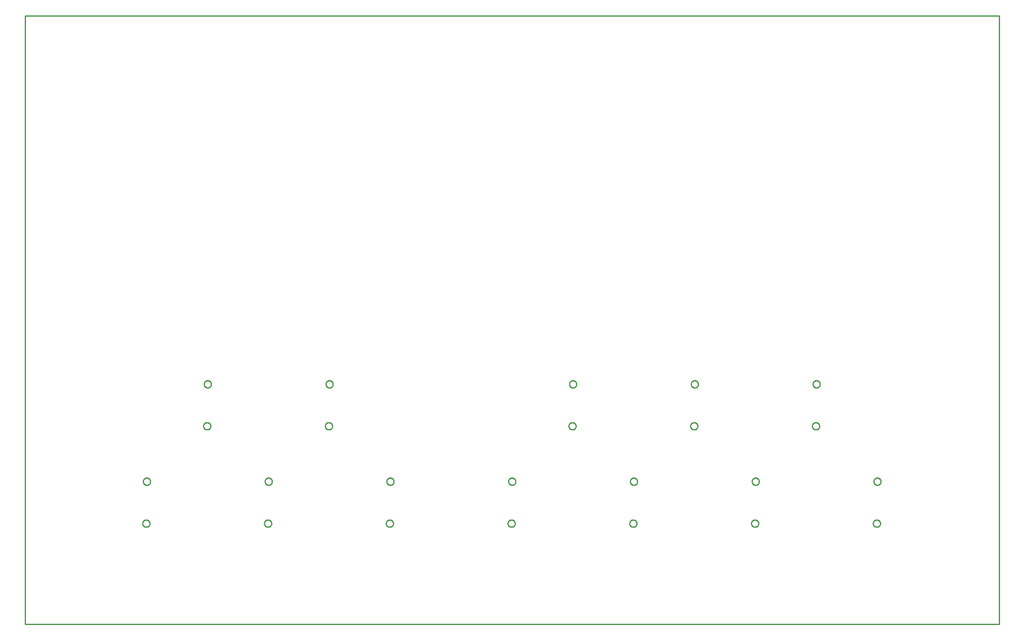
<source format=gbr>
G04 EAGLE Gerber RS-274X export*
G75*
%MOMM*%
%FSLAX34Y34*%
%LPD*%
%IN*%
%IPPOS*%
%AMOC8*
5,1,8,0,0,1.08239X$1,22.5*%
G01*
%ADD10C,0.254000*%


D10*
X0Y0D02*
X2032000Y0D01*
X2032000Y1270000D01*
X0Y1270000D01*
X0Y0D01*
X261500Y297382D02*
X261428Y296648D01*
X261284Y295925D01*
X261070Y295220D01*
X260788Y294539D01*
X260441Y293890D01*
X260031Y293277D01*
X259564Y292707D01*
X259043Y292186D01*
X258473Y291719D01*
X257860Y291309D01*
X257211Y290962D01*
X256530Y290680D01*
X255825Y290466D01*
X255102Y290322D01*
X254368Y290250D01*
X253632Y290250D01*
X252898Y290322D01*
X252175Y290466D01*
X251470Y290680D01*
X250789Y290962D01*
X250140Y291309D01*
X249527Y291719D01*
X248957Y292186D01*
X248436Y292707D01*
X247969Y293277D01*
X247559Y293890D01*
X247212Y294539D01*
X246930Y295220D01*
X246716Y295925D01*
X246572Y296648D01*
X246500Y297382D01*
X246500Y298118D01*
X246572Y298852D01*
X246716Y299575D01*
X246930Y300280D01*
X247212Y300961D01*
X247559Y301610D01*
X247969Y302223D01*
X248436Y302793D01*
X248957Y303314D01*
X249527Y303781D01*
X250140Y304191D01*
X250789Y304538D01*
X251470Y304820D01*
X252175Y305034D01*
X252898Y305178D01*
X253632Y305250D01*
X254368Y305250D01*
X255102Y305178D01*
X255825Y305034D01*
X256530Y304820D01*
X257211Y304538D01*
X257860Y304191D01*
X258473Y303781D01*
X259043Y303314D01*
X259564Y302793D01*
X260031Y302223D01*
X260441Y301610D01*
X260788Y300961D01*
X261070Y300280D01*
X261284Y299575D01*
X261428Y298852D01*
X261500Y298118D01*
X261500Y297382D01*
X260250Y209882D02*
X260178Y209148D01*
X260034Y208425D01*
X259820Y207720D01*
X259538Y207039D01*
X259191Y206390D01*
X258781Y205777D01*
X258314Y205207D01*
X257793Y204686D01*
X257223Y204219D01*
X256610Y203809D01*
X255961Y203462D01*
X255280Y203180D01*
X254575Y202966D01*
X253852Y202822D01*
X253118Y202750D01*
X252382Y202750D01*
X251648Y202822D01*
X250925Y202966D01*
X250220Y203180D01*
X249539Y203462D01*
X248890Y203809D01*
X248277Y204219D01*
X247707Y204686D01*
X247186Y205207D01*
X246719Y205777D01*
X246309Y206390D01*
X245962Y207039D01*
X245680Y207720D01*
X245466Y208425D01*
X245322Y209148D01*
X245250Y209882D01*
X245250Y210618D01*
X245322Y211352D01*
X245466Y212075D01*
X245680Y212780D01*
X245962Y213461D01*
X246309Y214110D01*
X246719Y214723D01*
X247186Y215293D01*
X247707Y215814D01*
X248277Y216281D01*
X248890Y216691D01*
X249539Y217038D01*
X250220Y217320D01*
X250925Y217534D01*
X251648Y217678D01*
X252382Y217750D01*
X253118Y217750D01*
X253852Y217678D01*
X254575Y217534D01*
X255280Y217320D01*
X255961Y217038D01*
X256610Y216691D01*
X257223Y216281D01*
X257793Y215814D01*
X258314Y215293D01*
X258781Y214723D01*
X259191Y214110D01*
X259538Y213461D01*
X259820Y212780D01*
X260034Y212075D01*
X260178Y211352D01*
X260250Y210618D01*
X260250Y209882D01*
X388500Y500582D02*
X388428Y499848D01*
X388284Y499125D01*
X388070Y498420D01*
X387788Y497739D01*
X387441Y497090D01*
X387031Y496477D01*
X386564Y495907D01*
X386043Y495386D01*
X385473Y494919D01*
X384860Y494509D01*
X384211Y494162D01*
X383530Y493880D01*
X382825Y493666D01*
X382102Y493522D01*
X381368Y493450D01*
X380632Y493450D01*
X379898Y493522D01*
X379175Y493666D01*
X378470Y493880D01*
X377789Y494162D01*
X377140Y494509D01*
X376527Y494919D01*
X375957Y495386D01*
X375436Y495907D01*
X374969Y496477D01*
X374559Y497090D01*
X374212Y497739D01*
X373930Y498420D01*
X373716Y499125D01*
X373572Y499848D01*
X373500Y500582D01*
X373500Y501318D01*
X373572Y502052D01*
X373716Y502775D01*
X373930Y503480D01*
X374212Y504161D01*
X374559Y504810D01*
X374969Y505423D01*
X375436Y505993D01*
X375957Y506514D01*
X376527Y506981D01*
X377140Y507391D01*
X377789Y507738D01*
X378470Y508020D01*
X379175Y508234D01*
X379898Y508378D01*
X380632Y508450D01*
X381368Y508450D01*
X382102Y508378D01*
X382825Y508234D01*
X383530Y508020D01*
X384211Y507738D01*
X384860Y507391D01*
X385473Y506981D01*
X386043Y506514D01*
X386564Y505993D01*
X387031Y505423D01*
X387441Y504810D01*
X387788Y504161D01*
X388070Y503480D01*
X388284Y502775D01*
X388428Y502052D01*
X388500Y501318D01*
X388500Y500582D01*
X387250Y413082D02*
X387178Y412348D01*
X387034Y411625D01*
X386820Y410920D01*
X386538Y410239D01*
X386191Y409590D01*
X385781Y408977D01*
X385314Y408407D01*
X384793Y407886D01*
X384223Y407419D01*
X383610Y407009D01*
X382961Y406662D01*
X382280Y406380D01*
X381575Y406166D01*
X380852Y406022D01*
X380118Y405950D01*
X379382Y405950D01*
X378648Y406022D01*
X377925Y406166D01*
X377220Y406380D01*
X376539Y406662D01*
X375890Y407009D01*
X375277Y407419D01*
X374707Y407886D01*
X374186Y408407D01*
X373719Y408977D01*
X373309Y409590D01*
X372962Y410239D01*
X372680Y410920D01*
X372466Y411625D01*
X372322Y412348D01*
X372250Y413082D01*
X372250Y413818D01*
X372322Y414552D01*
X372466Y415275D01*
X372680Y415980D01*
X372962Y416661D01*
X373309Y417310D01*
X373719Y417923D01*
X374186Y418493D01*
X374707Y419014D01*
X375277Y419481D01*
X375890Y419891D01*
X376539Y420238D01*
X377220Y420520D01*
X377925Y420734D01*
X378648Y420878D01*
X379382Y420950D01*
X380118Y420950D01*
X380852Y420878D01*
X381575Y420734D01*
X382280Y420520D01*
X382961Y420238D01*
X383610Y419891D01*
X384223Y419481D01*
X384793Y419014D01*
X385314Y418493D01*
X385781Y417923D01*
X386191Y417310D01*
X386538Y416661D01*
X386820Y415980D01*
X387034Y415275D01*
X387178Y414552D01*
X387250Y413818D01*
X387250Y413082D01*
X515500Y297382D02*
X515428Y296648D01*
X515284Y295925D01*
X515070Y295220D01*
X514788Y294539D01*
X514441Y293890D01*
X514031Y293277D01*
X513564Y292707D01*
X513043Y292186D01*
X512473Y291719D01*
X511860Y291309D01*
X511211Y290962D01*
X510530Y290680D01*
X509825Y290466D01*
X509102Y290322D01*
X508368Y290250D01*
X507632Y290250D01*
X506898Y290322D01*
X506175Y290466D01*
X505470Y290680D01*
X504789Y290962D01*
X504140Y291309D01*
X503527Y291719D01*
X502957Y292186D01*
X502436Y292707D01*
X501969Y293277D01*
X501559Y293890D01*
X501212Y294539D01*
X500930Y295220D01*
X500716Y295925D01*
X500572Y296648D01*
X500500Y297382D01*
X500500Y298118D01*
X500572Y298852D01*
X500716Y299575D01*
X500930Y300280D01*
X501212Y300961D01*
X501559Y301610D01*
X501969Y302223D01*
X502436Y302793D01*
X502957Y303314D01*
X503527Y303781D01*
X504140Y304191D01*
X504789Y304538D01*
X505470Y304820D01*
X506175Y305034D01*
X506898Y305178D01*
X507632Y305250D01*
X508368Y305250D01*
X509102Y305178D01*
X509825Y305034D01*
X510530Y304820D01*
X511211Y304538D01*
X511860Y304191D01*
X512473Y303781D01*
X513043Y303314D01*
X513564Y302793D01*
X514031Y302223D01*
X514441Y301610D01*
X514788Y300961D01*
X515070Y300280D01*
X515284Y299575D01*
X515428Y298852D01*
X515500Y298118D01*
X515500Y297382D01*
X514250Y209882D02*
X514178Y209148D01*
X514034Y208425D01*
X513820Y207720D01*
X513538Y207039D01*
X513191Y206390D01*
X512781Y205777D01*
X512314Y205207D01*
X511793Y204686D01*
X511223Y204219D01*
X510610Y203809D01*
X509961Y203462D01*
X509280Y203180D01*
X508575Y202966D01*
X507852Y202822D01*
X507118Y202750D01*
X506382Y202750D01*
X505648Y202822D01*
X504925Y202966D01*
X504220Y203180D01*
X503539Y203462D01*
X502890Y203809D01*
X502277Y204219D01*
X501707Y204686D01*
X501186Y205207D01*
X500719Y205777D01*
X500309Y206390D01*
X499962Y207039D01*
X499680Y207720D01*
X499466Y208425D01*
X499322Y209148D01*
X499250Y209882D01*
X499250Y210618D01*
X499322Y211352D01*
X499466Y212075D01*
X499680Y212780D01*
X499962Y213461D01*
X500309Y214110D01*
X500719Y214723D01*
X501186Y215293D01*
X501707Y215814D01*
X502277Y216281D01*
X502890Y216691D01*
X503539Y217038D01*
X504220Y217320D01*
X504925Y217534D01*
X505648Y217678D01*
X506382Y217750D01*
X507118Y217750D01*
X507852Y217678D01*
X508575Y217534D01*
X509280Y217320D01*
X509961Y217038D01*
X510610Y216691D01*
X511223Y216281D01*
X511793Y215814D01*
X512314Y215293D01*
X512781Y214723D01*
X513191Y214110D01*
X513538Y213461D01*
X513820Y212780D01*
X514034Y212075D01*
X514178Y211352D01*
X514250Y210618D01*
X514250Y209882D01*
X642500Y500582D02*
X642428Y499848D01*
X642284Y499125D01*
X642070Y498420D01*
X641788Y497739D01*
X641441Y497090D01*
X641031Y496477D01*
X640564Y495907D01*
X640043Y495386D01*
X639473Y494919D01*
X638860Y494509D01*
X638211Y494162D01*
X637530Y493880D01*
X636825Y493666D01*
X636102Y493522D01*
X635368Y493450D01*
X634632Y493450D01*
X633898Y493522D01*
X633175Y493666D01*
X632470Y493880D01*
X631789Y494162D01*
X631140Y494509D01*
X630527Y494919D01*
X629957Y495386D01*
X629436Y495907D01*
X628969Y496477D01*
X628559Y497090D01*
X628212Y497739D01*
X627930Y498420D01*
X627716Y499125D01*
X627572Y499848D01*
X627500Y500582D01*
X627500Y501318D01*
X627572Y502052D01*
X627716Y502775D01*
X627930Y503480D01*
X628212Y504161D01*
X628559Y504810D01*
X628969Y505423D01*
X629436Y505993D01*
X629957Y506514D01*
X630527Y506981D01*
X631140Y507391D01*
X631789Y507738D01*
X632470Y508020D01*
X633175Y508234D01*
X633898Y508378D01*
X634632Y508450D01*
X635368Y508450D01*
X636102Y508378D01*
X636825Y508234D01*
X637530Y508020D01*
X638211Y507738D01*
X638860Y507391D01*
X639473Y506981D01*
X640043Y506514D01*
X640564Y505993D01*
X641031Y505423D01*
X641441Y504810D01*
X641788Y504161D01*
X642070Y503480D01*
X642284Y502775D01*
X642428Y502052D01*
X642500Y501318D01*
X642500Y500582D01*
X641250Y413082D02*
X641178Y412348D01*
X641034Y411625D01*
X640820Y410920D01*
X640538Y410239D01*
X640191Y409590D01*
X639781Y408977D01*
X639314Y408407D01*
X638793Y407886D01*
X638223Y407419D01*
X637610Y407009D01*
X636961Y406662D01*
X636280Y406380D01*
X635575Y406166D01*
X634852Y406022D01*
X634118Y405950D01*
X633382Y405950D01*
X632648Y406022D01*
X631925Y406166D01*
X631220Y406380D01*
X630539Y406662D01*
X629890Y407009D01*
X629277Y407419D01*
X628707Y407886D01*
X628186Y408407D01*
X627719Y408977D01*
X627309Y409590D01*
X626962Y410239D01*
X626680Y410920D01*
X626466Y411625D01*
X626322Y412348D01*
X626250Y413082D01*
X626250Y413818D01*
X626322Y414552D01*
X626466Y415275D01*
X626680Y415980D01*
X626962Y416661D01*
X627309Y417310D01*
X627719Y417923D01*
X628186Y418493D01*
X628707Y419014D01*
X629277Y419481D01*
X629890Y419891D01*
X630539Y420238D01*
X631220Y420520D01*
X631925Y420734D01*
X632648Y420878D01*
X633382Y420950D01*
X634118Y420950D01*
X634852Y420878D01*
X635575Y420734D01*
X636280Y420520D01*
X636961Y420238D01*
X637610Y419891D01*
X638223Y419481D01*
X638793Y419014D01*
X639314Y418493D01*
X639781Y417923D01*
X640191Y417310D01*
X640538Y416661D01*
X640820Y415980D01*
X641034Y415275D01*
X641178Y414552D01*
X641250Y413818D01*
X641250Y413082D01*
X769500Y297382D02*
X769428Y296648D01*
X769284Y295925D01*
X769070Y295220D01*
X768788Y294539D01*
X768441Y293890D01*
X768031Y293277D01*
X767564Y292707D01*
X767043Y292186D01*
X766473Y291719D01*
X765860Y291309D01*
X765211Y290962D01*
X764530Y290680D01*
X763825Y290466D01*
X763102Y290322D01*
X762368Y290250D01*
X761632Y290250D01*
X760898Y290322D01*
X760175Y290466D01*
X759470Y290680D01*
X758789Y290962D01*
X758140Y291309D01*
X757527Y291719D01*
X756957Y292186D01*
X756436Y292707D01*
X755969Y293277D01*
X755559Y293890D01*
X755212Y294539D01*
X754930Y295220D01*
X754716Y295925D01*
X754572Y296648D01*
X754500Y297382D01*
X754500Y298118D01*
X754572Y298852D01*
X754716Y299575D01*
X754930Y300280D01*
X755212Y300961D01*
X755559Y301610D01*
X755969Y302223D01*
X756436Y302793D01*
X756957Y303314D01*
X757527Y303781D01*
X758140Y304191D01*
X758789Y304538D01*
X759470Y304820D01*
X760175Y305034D01*
X760898Y305178D01*
X761632Y305250D01*
X762368Y305250D01*
X763102Y305178D01*
X763825Y305034D01*
X764530Y304820D01*
X765211Y304538D01*
X765860Y304191D01*
X766473Y303781D01*
X767043Y303314D01*
X767564Y302793D01*
X768031Y302223D01*
X768441Y301610D01*
X768788Y300961D01*
X769070Y300280D01*
X769284Y299575D01*
X769428Y298852D01*
X769500Y298118D01*
X769500Y297382D01*
X768250Y209882D02*
X768178Y209148D01*
X768034Y208425D01*
X767820Y207720D01*
X767538Y207039D01*
X767191Y206390D01*
X766781Y205777D01*
X766314Y205207D01*
X765793Y204686D01*
X765223Y204219D01*
X764610Y203809D01*
X763961Y203462D01*
X763280Y203180D01*
X762575Y202966D01*
X761852Y202822D01*
X761118Y202750D01*
X760382Y202750D01*
X759648Y202822D01*
X758925Y202966D01*
X758220Y203180D01*
X757539Y203462D01*
X756890Y203809D01*
X756277Y204219D01*
X755707Y204686D01*
X755186Y205207D01*
X754719Y205777D01*
X754309Y206390D01*
X753962Y207039D01*
X753680Y207720D01*
X753466Y208425D01*
X753322Y209148D01*
X753250Y209882D01*
X753250Y210618D01*
X753322Y211352D01*
X753466Y212075D01*
X753680Y212780D01*
X753962Y213461D01*
X754309Y214110D01*
X754719Y214723D01*
X755186Y215293D01*
X755707Y215814D01*
X756277Y216281D01*
X756890Y216691D01*
X757539Y217038D01*
X758220Y217320D01*
X758925Y217534D01*
X759648Y217678D01*
X760382Y217750D01*
X761118Y217750D01*
X761852Y217678D01*
X762575Y217534D01*
X763280Y217320D01*
X763961Y217038D01*
X764610Y216691D01*
X765223Y216281D01*
X765793Y215814D01*
X766314Y215293D01*
X766781Y214723D01*
X767191Y214110D01*
X767538Y213461D01*
X767820Y212780D01*
X768034Y212075D01*
X768178Y211352D01*
X768250Y210618D01*
X768250Y209882D01*
X1023500Y297382D02*
X1023428Y296648D01*
X1023284Y295925D01*
X1023070Y295220D01*
X1022788Y294539D01*
X1022441Y293890D01*
X1022031Y293277D01*
X1021564Y292707D01*
X1021043Y292186D01*
X1020473Y291719D01*
X1019860Y291309D01*
X1019211Y290962D01*
X1018530Y290680D01*
X1017825Y290466D01*
X1017102Y290322D01*
X1016368Y290250D01*
X1015632Y290250D01*
X1014898Y290322D01*
X1014175Y290466D01*
X1013470Y290680D01*
X1012789Y290962D01*
X1012140Y291309D01*
X1011527Y291719D01*
X1010957Y292186D01*
X1010436Y292707D01*
X1009969Y293277D01*
X1009559Y293890D01*
X1009212Y294539D01*
X1008930Y295220D01*
X1008716Y295925D01*
X1008572Y296648D01*
X1008500Y297382D01*
X1008500Y298118D01*
X1008572Y298852D01*
X1008716Y299575D01*
X1008930Y300280D01*
X1009212Y300961D01*
X1009559Y301610D01*
X1009969Y302223D01*
X1010436Y302793D01*
X1010957Y303314D01*
X1011527Y303781D01*
X1012140Y304191D01*
X1012789Y304538D01*
X1013470Y304820D01*
X1014175Y305034D01*
X1014898Y305178D01*
X1015632Y305250D01*
X1016368Y305250D01*
X1017102Y305178D01*
X1017825Y305034D01*
X1018530Y304820D01*
X1019211Y304538D01*
X1019860Y304191D01*
X1020473Y303781D01*
X1021043Y303314D01*
X1021564Y302793D01*
X1022031Y302223D01*
X1022441Y301610D01*
X1022788Y300961D01*
X1023070Y300280D01*
X1023284Y299575D01*
X1023428Y298852D01*
X1023500Y298118D01*
X1023500Y297382D01*
X1022250Y209882D02*
X1022178Y209148D01*
X1022034Y208425D01*
X1021820Y207720D01*
X1021538Y207039D01*
X1021191Y206390D01*
X1020781Y205777D01*
X1020314Y205207D01*
X1019793Y204686D01*
X1019223Y204219D01*
X1018610Y203809D01*
X1017961Y203462D01*
X1017280Y203180D01*
X1016575Y202966D01*
X1015852Y202822D01*
X1015118Y202750D01*
X1014382Y202750D01*
X1013648Y202822D01*
X1012925Y202966D01*
X1012220Y203180D01*
X1011539Y203462D01*
X1010890Y203809D01*
X1010277Y204219D01*
X1009707Y204686D01*
X1009186Y205207D01*
X1008719Y205777D01*
X1008309Y206390D01*
X1007962Y207039D01*
X1007680Y207720D01*
X1007466Y208425D01*
X1007322Y209148D01*
X1007250Y209882D01*
X1007250Y210618D01*
X1007322Y211352D01*
X1007466Y212075D01*
X1007680Y212780D01*
X1007962Y213461D01*
X1008309Y214110D01*
X1008719Y214723D01*
X1009186Y215293D01*
X1009707Y215814D01*
X1010277Y216281D01*
X1010890Y216691D01*
X1011539Y217038D01*
X1012220Y217320D01*
X1012925Y217534D01*
X1013648Y217678D01*
X1014382Y217750D01*
X1015118Y217750D01*
X1015852Y217678D01*
X1016575Y217534D01*
X1017280Y217320D01*
X1017961Y217038D01*
X1018610Y216691D01*
X1019223Y216281D01*
X1019793Y215814D01*
X1020314Y215293D01*
X1020781Y214723D01*
X1021191Y214110D01*
X1021538Y213461D01*
X1021820Y212780D01*
X1022034Y212075D01*
X1022178Y211352D01*
X1022250Y210618D01*
X1022250Y209882D01*
X1150500Y500582D02*
X1150428Y499848D01*
X1150284Y499125D01*
X1150070Y498420D01*
X1149788Y497739D01*
X1149441Y497090D01*
X1149031Y496477D01*
X1148564Y495907D01*
X1148043Y495386D01*
X1147473Y494919D01*
X1146860Y494509D01*
X1146211Y494162D01*
X1145530Y493880D01*
X1144825Y493666D01*
X1144102Y493522D01*
X1143368Y493450D01*
X1142632Y493450D01*
X1141898Y493522D01*
X1141175Y493666D01*
X1140470Y493880D01*
X1139789Y494162D01*
X1139140Y494509D01*
X1138527Y494919D01*
X1137957Y495386D01*
X1137436Y495907D01*
X1136969Y496477D01*
X1136559Y497090D01*
X1136212Y497739D01*
X1135930Y498420D01*
X1135716Y499125D01*
X1135572Y499848D01*
X1135500Y500582D01*
X1135500Y501318D01*
X1135572Y502052D01*
X1135716Y502775D01*
X1135930Y503480D01*
X1136212Y504161D01*
X1136559Y504810D01*
X1136969Y505423D01*
X1137436Y505993D01*
X1137957Y506514D01*
X1138527Y506981D01*
X1139140Y507391D01*
X1139789Y507738D01*
X1140470Y508020D01*
X1141175Y508234D01*
X1141898Y508378D01*
X1142632Y508450D01*
X1143368Y508450D01*
X1144102Y508378D01*
X1144825Y508234D01*
X1145530Y508020D01*
X1146211Y507738D01*
X1146860Y507391D01*
X1147473Y506981D01*
X1148043Y506514D01*
X1148564Y505993D01*
X1149031Y505423D01*
X1149441Y504810D01*
X1149788Y504161D01*
X1150070Y503480D01*
X1150284Y502775D01*
X1150428Y502052D01*
X1150500Y501318D01*
X1150500Y500582D01*
X1149250Y413082D02*
X1149178Y412348D01*
X1149034Y411625D01*
X1148820Y410920D01*
X1148538Y410239D01*
X1148191Y409590D01*
X1147781Y408977D01*
X1147314Y408407D01*
X1146793Y407886D01*
X1146223Y407419D01*
X1145610Y407009D01*
X1144961Y406662D01*
X1144280Y406380D01*
X1143575Y406166D01*
X1142852Y406022D01*
X1142118Y405950D01*
X1141382Y405950D01*
X1140648Y406022D01*
X1139925Y406166D01*
X1139220Y406380D01*
X1138539Y406662D01*
X1137890Y407009D01*
X1137277Y407419D01*
X1136707Y407886D01*
X1136186Y408407D01*
X1135719Y408977D01*
X1135309Y409590D01*
X1134962Y410239D01*
X1134680Y410920D01*
X1134466Y411625D01*
X1134322Y412348D01*
X1134250Y413082D01*
X1134250Y413818D01*
X1134322Y414552D01*
X1134466Y415275D01*
X1134680Y415980D01*
X1134962Y416661D01*
X1135309Y417310D01*
X1135719Y417923D01*
X1136186Y418493D01*
X1136707Y419014D01*
X1137277Y419481D01*
X1137890Y419891D01*
X1138539Y420238D01*
X1139220Y420520D01*
X1139925Y420734D01*
X1140648Y420878D01*
X1141382Y420950D01*
X1142118Y420950D01*
X1142852Y420878D01*
X1143575Y420734D01*
X1144280Y420520D01*
X1144961Y420238D01*
X1145610Y419891D01*
X1146223Y419481D01*
X1146793Y419014D01*
X1147314Y418493D01*
X1147781Y417923D01*
X1148191Y417310D01*
X1148538Y416661D01*
X1148820Y415980D01*
X1149034Y415275D01*
X1149178Y414552D01*
X1149250Y413818D01*
X1149250Y413082D01*
X1277500Y297382D02*
X1277428Y296648D01*
X1277284Y295925D01*
X1277070Y295220D01*
X1276788Y294539D01*
X1276441Y293890D01*
X1276031Y293277D01*
X1275564Y292707D01*
X1275043Y292186D01*
X1274473Y291719D01*
X1273860Y291309D01*
X1273211Y290962D01*
X1272530Y290680D01*
X1271825Y290466D01*
X1271102Y290322D01*
X1270368Y290250D01*
X1269632Y290250D01*
X1268898Y290322D01*
X1268175Y290466D01*
X1267470Y290680D01*
X1266789Y290962D01*
X1266140Y291309D01*
X1265527Y291719D01*
X1264957Y292186D01*
X1264436Y292707D01*
X1263969Y293277D01*
X1263559Y293890D01*
X1263212Y294539D01*
X1262930Y295220D01*
X1262716Y295925D01*
X1262572Y296648D01*
X1262500Y297382D01*
X1262500Y298118D01*
X1262572Y298852D01*
X1262716Y299575D01*
X1262930Y300280D01*
X1263212Y300961D01*
X1263559Y301610D01*
X1263969Y302223D01*
X1264436Y302793D01*
X1264957Y303314D01*
X1265527Y303781D01*
X1266140Y304191D01*
X1266789Y304538D01*
X1267470Y304820D01*
X1268175Y305034D01*
X1268898Y305178D01*
X1269632Y305250D01*
X1270368Y305250D01*
X1271102Y305178D01*
X1271825Y305034D01*
X1272530Y304820D01*
X1273211Y304538D01*
X1273860Y304191D01*
X1274473Y303781D01*
X1275043Y303314D01*
X1275564Y302793D01*
X1276031Y302223D01*
X1276441Y301610D01*
X1276788Y300961D01*
X1277070Y300280D01*
X1277284Y299575D01*
X1277428Y298852D01*
X1277500Y298118D01*
X1277500Y297382D01*
X1276250Y209882D02*
X1276178Y209148D01*
X1276034Y208425D01*
X1275820Y207720D01*
X1275538Y207039D01*
X1275191Y206390D01*
X1274781Y205777D01*
X1274314Y205207D01*
X1273793Y204686D01*
X1273223Y204219D01*
X1272610Y203809D01*
X1271961Y203462D01*
X1271280Y203180D01*
X1270575Y202966D01*
X1269852Y202822D01*
X1269118Y202750D01*
X1268382Y202750D01*
X1267648Y202822D01*
X1266925Y202966D01*
X1266220Y203180D01*
X1265539Y203462D01*
X1264890Y203809D01*
X1264277Y204219D01*
X1263707Y204686D01*
X1263186Y205207D01*
X1262719Y205777D01*
X1262309Y206390D01*
X1261962Y207039D01*
X1261680Y207720D01*
X1261466Y208425D01*
X1261322Y209148D01*
X1261250Y209882D01*
X1261250Y210618D01*
X1261322Y211352D01*
X1261466Y212075D01*
X1261680Y212780D01*
X1261962Y213461D01*
X1262309Y214110D01*
X1262719Y214723D01*
X1263186Y215293D01*
X1263707Y215814D01*
X1264277Y216281D01*
X1264890Y216691D01*
X1265539Y217038D01*
X1266220Y217320D01*
X1266925Y217534D01*
X1267648Y217678D01*
X1268382Y217750D01*
X1269118Y217750D01*
X1269852Y217678D01*
X1270575Y217534D01*
X1271280Y217320D01*
X1271961Y217038D01*
X1272610Y216691D01*
X1273223Y216281D01*
X1273793Y215814D01*
X1274314Y215293D01*
X1274781Y214723D01*
X1275191Y214110D01*
X1275538Y213461D01*
X1275820Y212780D01*
X1276034Y212075D01*
X1276178Y211352D01*
X1276250Y210618D01*
X1276250Y209882D01*
X1404500Y500582D02*
X1404428Y499848D01*
X1404284Y499125D01*
X1404070Y498420D01*
X1403788Y497739D01*
X1403441Y497090D01*
X1403031Y496477D01*
X1402564Y495907D01*
X1402043Y495386D01*
X1401473Y494919D01*
X1400860Y494509D01*
X1400211Y494162D01*
X1399530Y493880D01*
X1398825Y493666D01*
X1398102Y493522D01*
X1397368Y493450D01*
X1396632Y493450D01*
X1395898Y493522D01*
X1395175Y493666D01*
X1394470Y493880D01*
X1393789Y494162D01*
X1393140Y494509D01*
X1392527Y494919D01*
X1391957Y495386D01*
X1391436Y495907D01*
X1390969Y496477D01*
X1390559Y497090D01*
X1390212Y497739D01*
X1389930Y498420D01*
X1389716Y499125D01*
X1389572Y499848D01*
X1389500Y500582D01*
X1389500Y501318D01*
X1389572Y502052D01*
X1389716Y502775D01*
X1389930Y503480D01*
X1390212Y504161D01*
X1390559Y504810D01*
X1390969Y505423D01*
X1391436Y505993D01*
X1391957Y506514D01*
X1392527Y506981D01*
X1393140Y507391D01*
X1393789Y507738D01*
X1394470Y508020D01*
X1395175Y508234D01*
X1395898Y508378D01*
X1396632Y508450D01*
X1397368Y508450D01*
X1398102Y508378D01*
X1398825Y508234D01*
X1399530Y508020D01*
X1400211Y507738D01*
X1400860Y507391D01*
X1401473Y506981D01*
X1402043Y506514D01*
X1402564Y505993D01*
X1403031Y505423D01*
X1403441Y504810D01*
X1403788Y504161D01*
X1404070Y503480D01*
X1404284Y502775D01*
X1404428Y502052D01*
X1404500Y501318D01*
X1404500Y500582D01*
X1403250Y413082D02*
X1403178Y412348D01*
X1403034Y411625D01*
X1402820Y410920D01*
X1402538Y410239D01*
X1402191Y409590D01*
X1401781Y408977D01*
X1401314Y408407D01*
X1400793Y407886D01*
X1400223Y407419D01*
X1399610Y407009D01*
X1398961Y406662D01*
X1398280Y406380D01*
X1397575Y406166D01*
X1396852Y406022D01*
X1396118Y405950D01*
X1395382Y405950D01*
X1394648Y406022D01*
X1393925Y406166D01*
X1393220Y406380D01*
X1392539Y406662D01*
X1391890Y407009D01*
X1391277Y407419D01*
X1390707Y407886D01*
X1390186Y408407D01*
X1389719Y408977D01*
X1389309Y409590D01*
X1388962Y410239D01*
X1388680Y410920D01*
X1388466Y411625D01*
X1388322Y412348D01*
X1388250Y413082D01*
X1388250Y413818D01*
X1388322Y414552D01*
X1388466Y415275D01*
X1388680Y415980D01*
X1388962Y416661D01*
X1389309Y417310D01*
X1389719Y417923D01*
X1390186Y418493D01*
X1390707Y419014D01*
X1391277Y419481D01*
X1391890Y419891D01*
X1392539Y420238D01*
X1393220Y420520D01*
X1393925Y420734D01*
X1394648Y420878D01*
X1395382Y420950D01*
X1396118Y420950D01*
X1396852Y420878D01*
X1397575Y420734D01*
X1398280Y420520D01*
X1398961Y420238D01*
X1399610Y419891D01*
X1400223Y419481D01*
X1400793Y419014D01*
X1401314Y418493D01*
X1401781Y417923D01*
X1402191Y417310D01*
X1402538Y416661D01*
X1402820Y415980D01*
X1403034Y415275D01*
X1403178Y414552D01*
X1403250Y413818D01*
X1403250Y413082D01*
X1531500Y297382D02*
X1531428Y296648D01*
X1531284Y295925D01*
X1531070Y295220D01*
X1530788Y294539D01*
X1530441Y293890D01*
X1530031Y293277D01*
X1529564Y292707D01*
X1529043Y292186D01*
X1528473Y291719D01*
X1527860Y291309D01*
X1527211Y290962D01*
X1526530Y290680D01*
X1525825Y290466D01*
X1525102Y290322D01*
X1524368Y290250D01*
X1523632Y290250D01*
X1522898Y290322D01*
X1522175Y290466D01*
X1521470Y290680D01*
X1520789Y290962D01*
X1520140Y291309D01*
X1519527Y291719D01*
X1518957Y292186D01*
X1518436Y292707D01*
X1517969Y293277D01*
X1517559Y293890D01*
X1517212Y294539D01*
X1516930Y295220D01*
X1516716Y295925D01*
X1516572Y296648D01*
X1516500Y297382D01*
X1516500Y298118D01*
X1516572Y298852D01*
X1516716Y299575D01*
X1516930Y300280D01*
X1517212Y300961D01*
X1517559Y301610D01*
X1517969Y302223D01*
X1518436Y302793D01*
X1518957Y303314D01*
X1519527Y303781D01*
X1520140Y304191D01*
X1520789Y304538D01*
X1521470Y304820D01*
X1522175Y305034D01*
X1522898Y305178D01*
X1523632Y305250D01*
X1524368Y305250D01*
X1525102Y305178D01*
X1525825Y305034D01*
X1526530Y304820D01*
X1527211Y304538D01*
X1527860Y304191D01*
X1528473Y303781D01*
X1529043Y303314D01*
X1529564Y302793D01*
X1530031Y302223D01*
X1530441Y301610D01*
X1530788Y300961D01*
X1531070Y300280D01*
X1531284Y299575D01*
X1531428Y298852D01*
X1531500Y298118D01*
X1531500Y297382D01*
X1530250Y209882D02*
X1530178Y209148D01*
X1530034Y208425D01*
X1529820Y207720D01*
X1529538Y207039D01*
X1529191Y206390D01*
X1528781Y205777D01*
X1528314Y205207D01*
X1527793Y204686D01*
X1527223Y204219D01*
X1526610Y203809D01*
X1525961Y203462D01*
X1525280Y203180D01*
X1524575Y202966D01*
X1523852Y202822D01*
X1523118Y202750D01*
X1522382Y202750D01*
X1521648Y202822D01*
X1520925Y202966D01*
X1520220Y203180D01*
X1519539Y203462D01*
X1518890Y203809D01*
X1518277Y204219D01*
X1517707Y204686D01*
X1517186Y205207D01*
X1516719Y205777D01*
X1516309Y206390D01*
X1515962Y207039D01*
X1515680Y207720D01*
X1515466Y208425D01*
X1515322Y209148D01*
X1515250Y209882D01*
X1515250Y210618D01*
X1515322Y211352D01*
X1515466Y212075D01*
X1515680Y212780D01*
X1515962Y213461D01*
X1516309Y214110D01*
X1516719Y214723D01*
X1517186Y215293D01*
X1517707Y215814D01*
X1518277Y216281D01*
X1518890Y216691D01*
X1519539Y217038D01*
X1520220Y217320D01*
X1520925Y217534D01*
X1521648Y217678D01*
X1522382Y217750D01*
X1523118Y217750D01*
X1523852Y217678D01*
X1524575Y217534D01*
X1525280Y217320D01*
X1525961Y217038D01*
X1526610Y216691D01*
X1527223Y216281D01*
X1527793Y215814D01*
X1528314Y215293D01*
X1528781Y214723D01*
X1529191Y214110D01*
X1529538Y213461D01*
X1529820Y212780D01*
X1530034Y212075D01*
X1530178Y211352D01*
X1530250Y210618D01*
X1530250Y209882D01*
X1658500Y500582D02*
X1658428Y499848D01*
X1658284Y499125D01*
X1658070Y498420D01*
X1657788Y497739D01*
X1657441Y497090D01*
X1657031Y496477D01*
X1656564Y495907D01*
X1656043Y495386D01*
X1655473Y494919D01*
X1654860Y494509D01*
X1654211Y494162D01*
X1653530Y493880D01*
X1652825Y493666D01*
X1652102Y493522D01*
X1651368Y493450D01*
X1650632Y493450D01*
X1649898Y493522D01*
X1649175Y493666D01*
X1648470Y493880D01*
X1647789Y494162D01*
X1647140Y494509D01*
X1646527Y494919D01*
X1645957Y495386D01*
X1645436Y495907D01*
X1644969Y496477D01*
X1644559Y497090D01*
X1644212Y497739D01*
X1643930Y498420D01*
X1643716Y499125D01*
X1643572Y499848D01*
X1643500Y500582D01*
X1643500Y501318D01*
X1643572Y502052D01*
X1643716Y502775D01*
X1643930Y503480D01*
X1644212Y504161D01*
X1644559Y504810D01*
X1644969Y505423D01*
X1645436Y505993D01*
X1645957Y506514D01*
X1646527Y506981D01*
X1647140Y507391D01*
X1647789Y507738D01*
X1648470Y508020D01*
X1649175Y508234D01*
X1649898Y508378D01*
X1650632Y508450D01*
X1651368Y508450D01*
X1652102Y508378D01*
X1652825Y508234D01*
X1653530Y508020D01*
X1654211Y507738D01*
X1654860Y507391D01*
X1655473Y506981D01*
X1656043Y506514D01*
X1656564Y505993D01*
X1657031Y505423D01*
X1657441Y504810D01*
X1657788Y504161D01*
X1658070Y503480D01*
X1658284Y502775D01*
X1658428Y502052D01*
X1658500Y501318D01*
X1658500Y500582D01*
X1657250Y413082D02*
X1657178Y412348D01*
X1657034Y411625D01*
X1656820Y410920D01*
X1656538Y410239D01*
X1656191Y409590D01*
X1655781Y408977D01*
X1655314Y408407D01*
X1654793Y407886D01*
X1654223Y407419D01*
X1653610Y407009D01*
X1652961Y406662D01*
X1652280Y406380D01*
X1651575Y406166D01*
X1650852Y406022D01*
X1650118Y405950D01*
X1649382Y405950D01*
X1648648Y406022D01*
X1647925Y406166D01*
X1647220Y406380D01*
X1646539Y406662D01*
X1645890Y407009D01*
X1645277Y407419D01*
X1644707Y407886D01*
X1644186Y408407D01*
X1643719Y408977D01*
X1643309Y409590D01*
X1642962Y410239D01*
X1642680Y410920D01*
X1642466Y411625D01*
X1642322Y412348D01*
X1642250Y413082D01*
X1642250Y413818D01*
X1642322Y414552D01*
X1642466Y415275D01*
X1642680Y415980D01*
X1642962Y416661D01*
X1643309Y417310D01*
X1643719Y417923D01*
X1644186Y418493D01*
X1644707Y419014D01*
X1645277Y419481D01*
X1645890Y419891D01*
X1646539Y420238D01*
X1647220Y420520D01*
X1647925Y420734D01*
X1648648Y420878D01*
X1649382Y420950D01*
X1650118Y420950D01*
X1650852Y420878D01*
X1651575Y420734D01*
X1652280Y420520D01*
X1652961Y420238D01*
X1653610Y419891D01*
X1654223Y419481D01*
X1654793Y419014D01*
X1655314Y418493D01*
X1655781Y417923D01*
X1656191Y417310D01*
X1656538Y416661D01*
X1656820Y415980D01*
X1657034Y415275D01*
X1657178Y414552D01*
X1657250Y413818D01*
X1657250Y413082D01*
X1785500Y297382D02*
X1785428Y296648D01*
X1785284Y295925D01*
X1785070Y295220D01*
X1784788Y294539D01*
X1784441Y293890D01*
X1784031Y293277D01*
X1783564Y292707D01*
X1783043Y292186D01*
X1782473Y291719D01*
X1781860Y291309D01*
X1781211Y290962D01*
X1780530Y290680D01*
X1779825Y290466D01*
X1779102Y290322D01*
X1778368Y290250D01*
X1777632Y290250D01*
X1776898Y290322D01*
X1776175Y290466D01*
X1775470Y290680D01*
X1774789Y290962D01*
X1774140Y291309D01*
X1773527Y291719D01*
X1772957Y292186D01*
X1772436Y292707D01*
X1771969Y293277D01*
X1771559Y293890D01*
X1771212Y294539D01*
X1770930Y295220D01*
X1770716Y295925D01*
X1770572Y296648D01*
X1770500Y297382D01*
X1770500Y298118D01*
X1770572Y298852D01*
X1770716Y299575D01*
X1770930Y300280D01*
X1771212Y300961D01*
X1771559Y301610D01*
X1771969Y302223D01*
X1772436Y302793D01*
X1772957Y303314D01*
X1773527Y303781D01*
X1774140Y304191D01*
X1774789Y304538D01*
X1775470Y304820D01*
X1776175Y305034D01*
X1776898Y305178D01*
X1777632Y305250D01*
X1778368Y305250D01*
X1779102Y305178D01*
X1779825Y305034D01*
X1780530Y304820D01*
X1781211Y304538D01*
X1781860Y304191D01*
X1782473Y303781D01*
X1783043Y303314D01*
X1783564Y302793D01*
X1784031Y302223D01*
X1784441Y301610D01*
X1784788Y300961D01*
X1785070Y300280D01*
X1785284Y299575D01*
X1785428Y298852D01*
X1785500Y298118D01*
X1785500Y297382D01*
X1784250Y209882D02*
X1784178Y209148D01*
X1784034Y208425D01*
X1783820Y207720D01*
X1783538Y207039D01*
X1783191Y206390D01*
X1782781Y205777D01*
X1782314Y205207D01*
X1781793Y204686D01*
X1781223Y204219D01*
X1780610Y203809D01*
X1779961Y203462D01*
X1779280Y203180D01*
X1778575Y202966D01*
X1777852Y202822D01*
X1777118Y202750D01*
X1776382Y202750D01*
X1775648Y202822D01*
X1774925Y202966D01*
X1774220Y203180D01*
X1773539Y203462D01*
X1772890Y203809D01*
X1772277Y204219D01*
X1771707Y204686D01*
X1771186Y205207D01*
X1770719Y205777D01*
X1770309Y206390D01*
X1769962Y207039D01*
X1769680Y207720D01*
X1769466Y208425D01*
X1769322Y209148D01*
X1769250Y209882D01*
X1769250Y210618D01*
X1769322Y211352D01*
X1769466Y212075D01*
X1769680Y212780D01*
X1769962Y213461D01*
X1770309Y214110D01*
X1770719Y214723D01*
X1771186Y215293D01*
X1771707Y215814D01*
X1772277Y216281D01*
X1772890Y216691D01*
X1773539Y217038D01*
X1774220Y217320D01*
X1774925Y217534D01*
X1775648Y217678D01*
X1776382Y217750D01*
X1777118Y217750D01*
X1777852Y217678D01*
X1778575Y217534D01*
X1779280Y217320D01*
X1779961Y217038D01*
X1780610Y216691D01*
X1781223Y216281D01*
X1781793Y215814D01*
X1782314Y215293D01*
X1782781Y214723D01*
X1783191Y214110D01*
X1783538Y213461D01*
X1783820Y212780D01*
X1784034Y212075D01*
X1784178Y211352D01*
X1784250Y210618D01*
X1784250Y209882D01*
M02*

</source>
